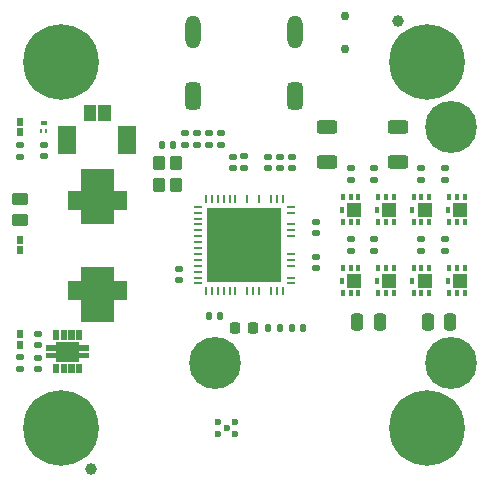
<source format=gts>
G04 #@! TF.GenerationSoftware,KiCad,Pcbnew,7.0.11*
G04 #@! TF.CreationDate,2024-05-10T14:22:18-04:00*
G04 #@! TF.ProjectId,tmc5160-usb,73746570-7065-4722-9d69-6e7465726661,1.0*
G04 #@! TF.SameCoordinates,Original*
G04 #@! TF.FileFunction,Soldermask,Top*
G04 #@! TF.FilePolarity,Negative*
%FSLAX46Y46*%
G04 Gerber Fmt 4.6, Leading zero omitted, Abs format (unit mm)*
G04 Created by KiCad (PCBNEW 7.0.11) date 2024-05-10 14:22:18*
%MOMM*%
%LPD*%
G01*
G04 APERTURE LIST*
G04 Aperture macros list*
%AMRoundRect*
0 Rectangle with rounded corners*
0 $1 Rounding radius*
0 $2 $3 $4 $5 $6 $7 $8 $9 X,Y pos of 4 corners*
0 Add a 4 corners polygon primitive as box body*
4,1,4,$2,$3,$4,$5,$6,$7,$8,$9,$2,$3,0*
0 Add four circle primitives for the rounded corners*
1,1,$1+$1,$2,$3*
1,1,$1+$1,$4,$5*
1,1,$1+$1,$6,$7*
1,1,$1+$1,$8,$9*
0 Add four rect primitives between the rounded corners*
20,1,$1+$1,$2,$3,$4,$5,0*
20,1,$1+$1,$4,$5,$6,$7,0*
20,1,$1+$1,$6,$7,$8,$9,0*
20,1,$1+$1,$8,$9,$2,$3,0*%
G04 Aperture macros list end*
%ADD10C,0.010000*%
%ADD11R,0.500000X0.700000*%
%ADD12RoundRect,0.135000X0.185000X-0.135000X0.185000X0.135000X-0.185000X0.135000X-0.185000X-0.135000X0*%
%ADD13RoundRect,0.135000X-0.185000X0.135000X-0.185000X-0.135000X0.185000X-0.135000X0.185000X0.135000X0*%
%ADD14RoundRect,0.140000X0.170000X-0.140000X0.170000X0.140000X-0.170000X0.140000X-0.170000X-0.140000X0*%
%ADD15R,0.304800X0.609600*%
%ADD16R,1.193800X1.295400*%
%ADD17RoundRect,0.029412X0.070588X0.095588X-0.070588X0.095588X-0.070588X-0.095588X0.070588X-0.095588X0*%
%ADD18RoundRect,0.035714X0.214286X0.089286X-0.214286X0.089286X-0.214286X-0.089286X0.214286X-0.089286X0*%
%ADD19C,6.400000*%
%ADD20RoundRect,0.140000X-0.170000X0.140000X-0.170000X-0.140000X0.170000X-0.140000X0.170000X0.140000X0*%
%ADD21RoundRect,0.140000X-0.140000X-0.170000X0.140000X-0.170000X0.140000X0.170000X-0.140000X0.170000X0*%
%ADD22RoundRect,0.250000X0.625000X-0.312500X0.625000X0.312500X-0.625000X0.312500X-0.625000X-0.312500X0*%
%ADD23RoundRect,0.250000X0.250000X0.475000X-0.250000X0.475000X-0.250000X-0.475000X0.250000X-0.475000X0*%
%ADD24RoundRect,0.140000X0.140000X0.170000X-0.140000X0.170000X-0.140000X-0.170000X0.140000X-0.170000X0*%
%ADD25RoundRect,0.102000X0.400000X-0.450000X0.400000X0.450000X-0.400000X0.450000X-0.400000X-0.450000X0*%
%ADD26R,0.254000X0.762000*%
%ADD27R,0.762000X0.254000*%
%ADD28R,6.350000X6.350000*%
%ADD29RoundRect,0.225000X-0.225000X-0.250000X0.225000X-0.250000X0.225000X0.250000X-0.225000X0.250000X0*%
%ADD30RoundRect,0.250000X-0.450000X0.262500X-0.450000X-0.262500X0.450000X-0.262500X0.450000X0.262500X0*%
%ADD31C,1.000000*%
%ADD32C,4.400000*%
%ADD33O,1.304000X2.804000*%
%ADD34RoundRect,0.326000X-0.326000X-0.826000X0.326000X-0.826000X0.326000X0.826000X-0.326000X0.826000X0*%
%ADD35C,0.750000*%
%ADD36C,0.600000*%
G04 APERTURE END LIST*
D10*
X141250000Y-97050000D02*
X142350000Y-97050000D01*
X142350000Y-98550000D01*
X141250000Y-98550000D01*
X141250000Y-99750000D01*
X138550000Y-99750000D01*
X138550000Y-98550000D01*
X137450000Y-98550000D01*
X137450000Y-97050000D01*
X138550000Y-97050000D01*
X138550000Y-95150000D01*
X141250000Y-95150000D01*
X141250000Y-97050000D01*
G36*
X141250000Y-97050000D02*
G01*
X142350000Y-97050000D01*
X142350000Y-98550000D01*
X141250000Y-98550000D01*
X141250000Y-99750000D01*
X138550000Y-99750000D01*
X138550000Y-98550000D01*
X137450000Y-98550000D01*
X137450000Y-97050000D01*
X138550000Y-97050000D01*
X138550000Y-95150000D01*
X141250000Y-95150000D01*
X141250000Y-97050000D01*
G37*
X141250000Y-104650000D02*
X142350000Y-104650000D01*
X142350000Y-106150000D01*
X141250000Y-106150000D01*
X141250000Y-108050000D01*
X138550000Y-108050000D01*
X138550000Y-106150000D01*
X137450000Y-106150000D01*
X137450000Y-104650000D01*
X138550000Y-104650000D01*
X138550000Y-103450000D01*
X141250000Y-103450000D01*
X141250000Y-104650000D01*
G36*
X141250000Y-104650000D02*
G01*
X142350000Y-104650000D01*
X142350000Y-106150000D01*
X141250000Y-106150000D01*
X141250000Y-108050000D01*
X138550000Y-108050000D01*
X138550000Y-106150000D01*
X137450000Y-106150000D01*
X137450000Y-104650000D01*
X138550000Y-104650000D01*
X138550000Y-103450000D01*
X141250000Y-103450000D01*
X141250000Y-104650000D01*
G37*
X143151200Y-93821200D02*
X141698800Y-93821200D01*
X141698800Y-91518800D01*
X143151200Y-91518800D01*
X143151200Y-93821200D01*
G36*
X143151200Y-93821200D02*
G01*
X141698800Y-93821200D01*
X141698800Y-91518800D01*
X143151200Y-91518800D01*
X143151200Y-93821200D01*
G37*
X141001200Y-91051200D02*
X140048800Y-91051200D01*
X140048800Y-89698800D01*
X141001200Y-89698800D01*
X141001200Y-91051200D01*
G36*
X141001200Y-91051200D02*
G01*
X140048800Y-91051200D01*
X140048800Y-89698800D01*
X141001200Y-89698800D01*
X141001200Y-91051200D01*
G37*
X139751200Y-91051200D02*
X138798800Y-91051200D01*
X138798800Y-89698800D01*
X139751200Y-89698800D01*
X139751200Y-91051200D01*
G36*
X139751200Y-91051200D02*
G01*
X138798800Y-91051200D01*
X138798800Y-89698800D01*
X139751200Y-89698800D01*
X139751200Y-91051200D01*
G37*
X138101200Y-93821200D02*
X136648800Y-93821200D01*
X136648800Y-91518800D01*
X138101200Y-91518800D01*
X138101200Y-93821200D01*
G36*
X138101200Y-93821200D02*
G01*
X136648800Y-93821200D01*
X136648800Y-91518800D01*
X138101200Y-91518800D01*
X138101200Y-93821200D01*
G37*
X136650000Y-112370000D02*
X136200000Y-112370000D01*
X136200000Y-111630000D01*
X136650000Y-111630000D01*
X136650000Y-112370000D01*
G36*
X136650000Y-112370000D02*
G01*
X136200000Y-112370000D01*
X136200000Y-111630000D01*
X136650000Y-111630000D01*
X136650000Y-112370000D01*
G37*
X137300000Y-112370000D02*
X136850000Y-112370000D01*
X136850000Y-111630000D01*
X137300000Y-111630000D01*
X137300000Y-112370000D01*
G36*
X137300000Y-112370000D02*
G01*
X136850000Y-112370000D01*
X136850000Y-111630000D01*
X137300000Y-111630000D01*
X137300000Y-112370000D01*
G37*
X137950000Y-112370000D02*
X137500000Y-112370000D01*
X137500000Y-111630000D01*
X137950000Y-111630000D01*
X137950000Y-112370000D01*
G36*
X137950000Y-112370000D02*
G01*
X137500000Y-112370000D01*
X137500000Y-111630000D01*
X137950000Y-111630000D01*
X137950000Y-112370000D01*
G37*
X138600000Y-112370000D02*
X138150000Y-112370000D01*
X138150000Y-111630000D01*
X138600000Y-111630000D01*
X138600000Y-112370000D01*
G36*
X138600000Y-112370000D02*
G01*
X138150000Y-112370000D01*
X138150000Y-111630000D01*
X138600000Y-111630000D01*
X138600000Y-112370000D01*
G37*
X136650000Y-109570000D02*
X136200000Y-109570000D01*
X136200000Y-108830000D01*
X136650000Y-108830000D01*
X136650000Y-109570000D01*
G36*
X136650000Y-109570000D02*
G01*
X136200000Y-109570000D01*
X136200000Y-108830000D01*
X136650000Y-108830000D01*
X136650000Y-109570000D01*
G37*
X137300000Y-109570000D02*
X136850000Y-109570000D01*
X136850000Y-108830000D01*
X137300000Y-108830000D01*
X137300000Y-109570000D01*
G36*
X137300000Y-109570000D02*
G01*
X136850000Y-109570000D01*
X136850000Y-108830000D01*
X137300000Y-108830000D01*
X137300000Y-109570000D01*
G37*
X137950000Y-109570000D02*
X137500000Y-109570000D01*
X137500000Y-108830000D01*
X137950000Y-108830000D01*
X137950000Y-109570000D01*
G36*
X137950000Y-109570000D02*
G01*
X137500000Y-109570000D01*
X137500000Y-108830000D01*
X137950000Y-108830000D01*
X137950000Y-109570000D01*
G37*
X138600000Y-109570000D02*
X138150000Y-109570000D01*
X138150000Y-108830000D01*
X138600000Y-108830000D01*
X138600000Y-109570000D01*
G36*
X138600000Y-109570000D02*
G01*
X138150000Y-109570000D01*
X138150000Y-108830000D01*
X138600000Y-108830000D01*
X138600000Y-109570000D01*
G37*
X138345000Y-110090000D02*
X139170000Y-110090000D01*
X139170000Y-110460000D01*
X138345000Y-110460000D01*
X138345000Y-110740000D01*
X139170000Y-110740000D01*
X139170000Y-111110000D01*
X138345000Y-111110000D01*
X138345000Y-111420000D01*
X136455000Y-111420000D01*
X136455000Y-111110000D01*
X135630000Y-111110000D01*
X135630000Y-110740000D01*
X136455000Y-110740000D01*
X136455000Y-110460000D01*
X135630000Y-110460000D01*
X135630000Y-110090000D01*
X136455000Y-110090000D01*
X136455000Y-109780000D01*
X138345000Y-109780000D01*
X138345000Y-110090000D01*
G36*
X138345000Y-110090000D02*
G01*
X139170000Y-110090000D01*
X139170000Y-110460000D01*
X138345000Y-110460000D01*
X138345000Y-110740000D01*
X139170000Y-110740000D01*
X139170000Y-111110000D01*
X138345000Y-111110000D01*
X138345000Y-111420000D01*
X136455000Y-111420000D01*
X136455000Y-111110000D01*
X135630000Y-111110000D01*
X135630000Y-110740000D01*
X136455000Y-110740000D01*
X136455000Y-110460000D01*
X135630000Y-110460000D01*
X135630000Y-110090000D01*
X136455000Y-110090000D01*
X136455000Y-109780000D01*
X138345000Y-109780000D01*
X138345000Y-110090000D01*
G37*
D11*
X133400000Y-91150000D03*
X133400000Y-92050000D03*
X133400000Y-109150000D03*
X133400000Y-110050000D03*
X133400000Y-102050000D03*
X133400000Y-101150000D03*
D12*
X148400000Y-93110000D03*
X148400000Y-92090000D03*
D13*
X163400000Y-101090000D03*
X163400000Y-102110000D03*
D14*
X135400000Y-94080000D03*
X135400000Y-93120000D03*
D15*
X171049999Y-97545900D03*
X170400000Y-97545900D03*
X169750001Y-97545900D03*
X169750001Y-99654100D03*
X170400000Y-99654100D03*
X171049999Y-99654100D03*
D16*
X170680000Y-98600000D03*
D15*
X169635000Y-98600000D03*
D12*
X133400000Y-112110000D03*
X133400000Y-111090000D03*
D17*
X135185000Y-91925000D03*
X135615000Y-91925000D03*
D18*
X135400000Y-91275000D03*
D13*
X167400000Y-95090000D03*
X167400000Y-96110000D03*
D14*
X155400000Y-95080000D03*
X155400000Y-94120000D03*
X151400000Y-95080000D03*
X151400000Y-94120000D03*
D19*
X167900000Y-117100000D03*
D15*
X168049999Y-97545900D03*
X167400000Y-97545900D03*
X166750001Y-97545900D03*
X166750001Y-99654100D03*
X167400000Y-99654100D03*
X168049999Y-99654100D03*
D16*
X167680000Y-98600000D03*
D15*
X166635000Y-98600000D03*
D12*
X133400000Y-94110000D03*
X133400000Y-93090000D03*
X150400000Y-93110000D03*
X150400000Y-92090000D03*
D13*
X161400000Y-101090000D03*
X161400000Y-102110000D03*
D20*
X146900000Y-103620000D03*
X146900000Y-104580000D03*
D14*
X156400000Y-95080000D03*
X156400000Y-94120000D03*
D13*
X169400000Y-95090000D03*
X169400000Y-96110000D03*
D15*
X165049999Y-97545900D03*
X164400000Y-97545900D03*
X163750001Y-97545900D03*
X163750001Y-99654100D03*
X164400000Y-99654100D03*
X165049999Y-99654100D03*
D16*
X164680000Y-98600000D03*
D15*
X163635000Y-98600000D03*
D21*
X154420000Y-108600000D03*
X155380000Y-108600000D03*
D22*
X165400000Y-94562500D03*
X165400000Y-91637500D03*
D15*
X165049999Y-103545900D03*
X164400000Y-103545900D03*
X163750001Y-103545900D03*
X163750001Y-105654100D03*
X164400000Y-105654100D03*
X165049999Y-105654100D03*
D16*
X164680000Y-104600000D03*
D15*
X163635000Y-104600000D03*
D13*
X163400000Y-95090000D03*
X163400000Y-96110000D03*
D23*
X163850000Y-108100000D03*
X161950000Y-108100000D03*
D20*
X134900000Y-109120000D03*
X134900000Y-110080000D03*
D14*
X154400000Y-95080000D03*
X154400000Y-94120000D03*
D15*
X162049999Y-103545900D03*
X161400000Y-103545900D03*
X160750001Y-103545900D03*
X160750001Y-105654100D03*
X161400000Y-105654100D03*
X162049999Y-105654100D03*
D16*
X161680000Y-104600000D03*
D15*
X160635000Y-104600000D03*
D21*
X156420000Y-108600000D03*
X157380000Y-108600000D03*
D22*
X159400000Y-94562500D03*
X159400000Y-91637500D03*
D15*
X162049999Y-97545900D03*
X161400000Y-97545900D03*
X160750001Y-97545900D03*
X160750001Y-99654100D03*
X161400000Y-99654100D03*
X162049999Y-99654100D03*
D16*
X161680000Y-98600000D03*
D15*
X160635000Y-98600000D03*
D12*
X149400000Y-93110000D03*
X149400000Y-92090000D03*
X147400000Y-93110000D03*
X147400000Y-92090000D03*
D13*
X152400000Y-94090000D03*
X152400000Y-95110000D03*
D24*
X146380000Y-93100000D03*
X145420000Y-93100000D03*
D25*
X145175000Y-94675000D03*
X145175000Y-96525000D03*
X146625000Y-96525000D03*
X146625000Y-94675000D03*
D15*
X168049999Y-103545900D03*
X167400000Y-103545900D03*
X166750001Y-103545900D03*
X166750001Y-105654100D03*
X167400000Y-105654100D03*
X168049999Y-105654100D03*
D16*
X167680000Y-104600000D03*
D15*
X166635000Y-104600000D03*
D26*
X155650001Y-97675700D03*
X155150000Y-97675700D03*
X154650001Y-97675700D03*
X153650000Y-97675700D03*
X152650000Y-97675700D03*
X151649999Y-97675700D03*
X151150000Y-97675700D03*
X150650001Y-97675700D03*
X150149999Y-97675700D03*
X149650000Y-97675700D03*
X149149999Y-97675700D03*
D27*
X148475700Y-98349999D03*
X148475700Y-98850000D03*
X148475700Y-99349999D03*
X148475700Y-99850001D03*
X148475700Y-100350000D03*
X148475700Y-100849999D03*
X148475700Y-101350000D03*
X148475700Y-101850000D03*
X148475700Y-102350001D03*
X148475700Y-102850000D03*
X148475700Y-103349999D03*
X148475700Y-103850001D03*
X148475700Y-104350000D03*
X148475700Y-104850001D03*
D26*
X149149999Y-105524300D03*
X149650000Y-105524300D03*
X150149999Y-105524300D03*
X150650001Y-105524300D03*
X151150000Y-105524300D03*
X151649999Y-105524300D03*
X152650000Y-105524300D03*
X153150001Y-105524300D03*
X153650000Y-105524300D03*
X154650001Y-105524300D03*
X155150000Y-105524300D03*
X155650001Y-105524300D03*
D27*
X156324300Y-104850001D03*
X156324300Y-104350000D03*
X156324300Y-103349999D03*
X156324300Y-102850000D03*
X156324300Y-102350001D03*
X156324300Y-100849999D03*
X156324300Y-100350000D03*
X156324300Y-99850001D03*
X156324300Y-98850000D03*
X156324300Y-98349999D03*
D28*
X152400000Y-101600000D03*
D19*
X136900000Y-86100000D03*
D14*
X158464852Y-100580000D03*
X158464852Y-99620000D03*
D13*
X167400000Y-101090000D03*
X167400000Y-102110000D03*
D15*
X171049999Y-103545900D03*
X170400000Y-103545900D03*
X169750001Y-103545900D03*
X169750001Y-105654100D03*
X170400000Y-105654100D03*
X171049999Y-105654100D03*
D16*
X170680000Y-104600000D03*
D15*
X169635000Y-104600000D03*
D29*
X151625000Y-108600000D03*
X153175000Y-108600000D03*
D30*
X133400000Y-97687500D03*
X133400000Y-99512500D03*
D13*
X169400000Y-101090000D03*
X169400000Y-102110000D03*
D19*
X167900000Y-86100000D03*
D31*
X165400000Y-82600000D03*
D24*
X150380000Y-107600000D03*
X149420000Y-107600000D03*
D32*
X169900000Y-91600000D03*
X169900000Y-111600000D03*
X149900000Y-111600000D03*
D20*
X158464852Y-102620000D03*
X158464852Y-103580000D03*
D31*
X139400000Y-120600000D03*
D13*
X161400000Y-95090000D03*
X161400000Y-96110000D03*
D19*
X136900000Y-117100000D03*
D23*
X169850000Y-108100000D03*
X167950000Y-108100000D03*
D14*
X134900000Y-112080000D03*
X134900000Y-111120000D03*
D33*
X148080000Y-83600000D03*
X156720000Y-83600000D03*
D34*
X148080000Y-88960000D03*
X156720000Y-88960000D03*
D35*
X160900000Y-82225000D03*
X160900000Y-84975000D03*
D36*
X151650000Y-116600000D03*
X150150000Y-116600000D03*
X150900000Y-117100000D03*
X151650000Y-117600000D03*
X150150000Y-117600000D03*
M02*

</source>
